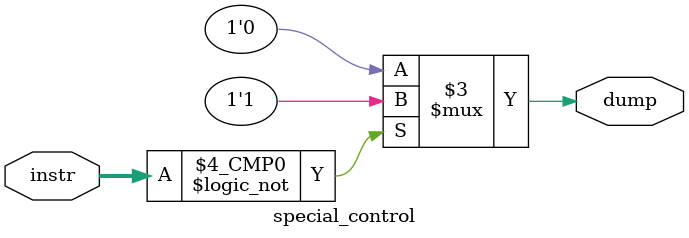
<source format=v>
module special_control(instr, dump);
    input [4:0] instr;
    output dump;
    reg dump;
always @ (instr)
begin
    casex({instr})
      5'b00000:
      begin
        dump <= 1'b1;
      end
      default:
      begin
        dump <= 1'b0;
      end
    endcase
end
endmodule 

</source>
